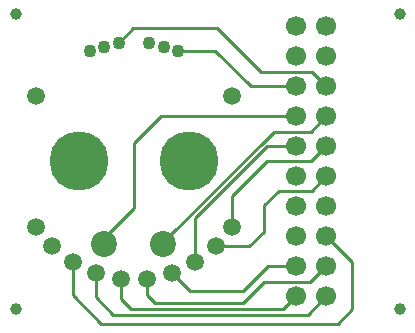
<source format=gtl>
%FSLAX25Y25*%
%MOIN*%
G70*
G01*
G75*
G04 Layer_Physical_Order=1*
G04 Layer_Color=255*
%ADD10C,0.01000*%
%ADD11C,0.06693*%
%ADD12C,0.19685*%
%ADD13C,0.04331*%
%ADD14C,0.05906*%
%ADD15C,0.08661*%
%ADD16C,0.03937*%
D10*
X270480Y334664D02*
X275382Y339567D01*
X303150D01*
X317807Y324909D01*
X335012D01*
X339646Y320276D01*
X290362Y332076D02*
X302767D01*
X314567Y320276D01*
X329646D01*
X275590Y301181D02*
X284685Y310276D01*
X265748Y269685D02*
X275590Y279528D01*
Y301181D01*
X265748Y267717D02*
Y269685D01*
X284685Y310276D02*
X329646D01*
X334488Y305118D02*
X339646Y310276D01*
X322275Y305118D02*
X334488D01*
X285433Y268276D02*
X322275Y305118D01*
X285433Y267717D02*
Y268276D01*
X296024Y261811D02*
Y276339D01*
X319961Y300276D01*
X329646D01*
X308327Y273425D02*
Y283720D01*
X319882Y295276D01*
X334646D01*
X339646Y300276D01*
X334803Y285433D02*
X339646Y290276D01*
X323819Y285433D02*
X334803D01*
X318898Y280512D02*
X323819Y285433D01*
X318898Y271654D02*
Y280512D01*
X314094Y266850D02*
X318898Y271654D01*
X302815Y266850D02*
X314094D01*
X339646Y270276D02*
X348425Y261496D01*
Y246063D02*
Y261496D01*
X343504Y241142D02*
X348425Y246063D01*
X264764Y241142D02*
X343504D01*
X255157Y250748D02*
X264764Y241142D01*
X255157Y250748D02*
Y261811D01*
X288248Y257992D02*
X294272Y251969D01*
X312008D01*
X320315Y260276D01*
X329646D01*
X279882Y250630D02*
Y256142D01*
Y250630D02*
X282480Y248031D01*
X312008D01*
X318898Y254921D01*
X334291D01*
X339646Y260276D01*
X262933Y249862D02*
Y257992D01*
Y249862D02*
X268701Y244094D01*
X333465D01*
X339646Y250276D01*
X271299Y249370D02*
Y256142D01*
Y249370D02*
X274606Y246063D01*
X325433D01*
X329646Y250276D01*
D11*
X339646Y290276D02*
D03*
Y280276D02*
D03*
Y270276D02*
D03*
Y260276D02*
D03*
Y250276D02*
D03*
X329646D02*
D03*
Y260276D02*
D03*
Y270276D02*
D03*
Y280276D02*
D03*
Y290276D02*
D03*
Y340276D02*
D03*
Y330276D02*
D03*
Y320276D02*
D03*
Y310276D02*
D03*
Y300276D02*
D03*
X339646D02*
D03*
Y310276D02*
D03*
Y320276D02*
D03*
Y330276D02*
D03*
Y340276D02*
D03*
D12*
X293898Y295276D02*
D03*
X257283D02*
D03*
D13*
X265650Y333370D02*
D03*
X285531D02*
D03*
X280701Y334664D02*
D03*
X290362Y332076D02*
D03*
X270480Y334664D02*
D03*
X260819Y332076D02*
D03*
D14*
X271299Y256142D02*
D03*
X279882D02*
D03*
X262933Y257992D02*
D03*
X288248D02*
D03*
X296024Y261811D02*
D03*
X255157D02*
D03*
X248366Y266850D02*
D03*
X302815D02*
D03*
X242854Y273425D02*
D03*
X308327D02*
D03*
X242854Y317126D02*
D03*
X308327D02*
D03*
D15*
X265748Y267717D02*
D03*
X285433D02*
D03*
D16*
X236221Y246063D02*
D03*
Y344488D02*
D03*
X364173D02*
D03*
Y246063D02*
D03*
M02*

</source>
